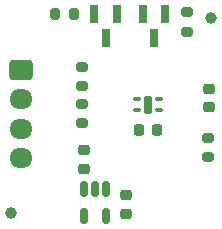
<source format=gts>
G04 #@! TF.GenerationSoftware,KiCad,Pcbnew,8.0.3*
G04 #@! TF.CreationDate,2024-07-19T17:45:39+03:00*
G04 #@! TF.ProjectId,B-TH09C-Brk-01Mbr-R01,422d5448-3039-4432-9d42-726b2d30314d,rev?*
G04 #@! TF.SameCoordinates,Original*
G04 #@! TF.FileFunction,Soldermask,Top*
G04 #@! TF.FilePolarity,Negative*
%FSLAX46Y46*%
G04 Gerber Fmt 4.6, Leading zero omitted, Abs format (unit mm)*
G04 Created by KiCad (PCBNEW 8.0.3) date 2024-07-19 17:45:39*
%MOMM*%
%LPD*%
G01*
G04 APERTURE LIST*
G04 Aperture macros list*
%AMRoundRect*
0 Rectangle with rounded corners*
0 $1 Rounding radius*
0 $2 $3 $4 $5 $6 $7 $8 $9 X,Y pos of 4 corners*
0 Add a 4 corners polygon primitive as box body*
4,1,4,$2,$3,$4,$5,$6,$7,$8,$9,$2,$3,0*
0 Add four circle primitives for the rounded corners*
1,1,$1+$1,$2,$3*
1,1,$1+$1,$4,$5*
1,1,$1+$1,$6,$7*
1,1,$1+$1,$8,$9*
0 Add four rect primitives between the rounded corners*
20,1,$1+$1,$2,$3,$4,$5,0*
20,1,$1+$1,$4,$5,$6,$7,0*
20,1,$1+$1,$6,$7,$8,$9,0*
20,1,$1+$1,$8,$9,$2,$3,0*%
G04 Aperture macros list end*
%ADD10C,1.000000*%
%ADD11RoundRect,0.150000X-0.150000X0.512500X-0.150000X-0.512500X0.150000X-0.512500X0.150000X0.512500X0*%
%ADD12RoundRect,0.100000X0.200000X0.100000X-0.200000X0.100000X-0.200000X-0.100000X0.200000X-0.100000X0*%
%ADD13RoundRect,0.175000X0.175000X0.625000X-0.175000X0.625000X-0.175000X-0.625000X0.175000X-0.625000X0*%
%ADD14RoundRect,0.200000X-0.200000X-0.275000X0.200000X-0.275000X0.200000X0.275000X-0.200000X0.275000X0*%
%ADD15RoundRect,0.218750X-0.256250X0.218750X-0.256250X-0.218750X0.256250X-0.218750X0.256250X0.218750X0*%
%ADD16RoundRect,0.225000X0.250000X-0.225000X0.250000X0.225000X-0.250000X0.225000X-0.250000X-0.225000X0*%
%ADD17RoundRect,0.070000X-0.300000X0.650000X-0.300000X-0.650000X0.300000X-0.650000X0.300000X0.650000X0*%
%ADD18RoundRect,0.200000X-0.275000X0.200000X-0.275000X-0.200000X0.275000X-0.200000X0.275000X0.200000X0*%
%ADD19RoundRect,0.200000X0.275000X-0.200000X0.275000X0.200000X-0.275000X0.200000X-0.275000X-0.200000X0*%
%ADD20O,1.950000X1.700000*%
%ADD21RoundRect,0.250000X0.725000X-0.600000X0.725000X0.600000X-0.725000X0.600000X-0.725000X-0.600000X0*%
%ADD22RoundRect,0.225000X0.225000X0.250000X-0.225000X0.250000X-0.225000X-0.250000X0.225000X-0.250000X0*%
G04 APERTURE END LIST*
D10*
X141830000Y-85410000D03*
X124900000Y-101920000D03*
D11*
X132950000Y-99882500D03*
X132000000Y-99882500D03*
X131050000Y-99882500D03*
X131050000Y-102157500D03*
X132950000Y-102157500D03*
D12*
X137435000Y-93230000D03*
X137445000Y-92280000D03*
X135535000Y-92280000D03*
X135535000Y-93230000D03*
D13*
X136485000Y-92760000D03*
D14*
X128575000Y-85100000D03*
X130225000Y-85100000D03*
D15*
X141610000Y-91392500D03*
X141610000Y-92967500D03*
D16*
X131030000Y-98185000D03*
X131030000Y-96635000D03*
D17*
X137920000Y-85050000D03*
X136020000Y-85050000D03*
X136970000Y-87150000D03*
D18*
X139770000Y-84940000D03*
X139770000Y-86590000D03*
D19*
X130920000Y-91175000D03*
X130920000Y-89525000D03*
X130920000Y-94325000D03*
X130920000Y-92675000D03*
D16*
X134600000Y-101985000D03*
X134600000Y-100435000D03*
D19*
X141580000Y-97205000D03*
X141580000Y-95555000D03*
D17*
X133850000Y-85050000D03*
X131950000Y-85050000D03*
X132900000Y-87150000D03*
D20*
X125770000Y-97310000D03*
X125770000Y-94810000D03*
X125770000Y-92310000D03*
D21*
X125770000Y-89810000D03*
D22*
X137265000Y-94910000D03*
X135715000Y-94910000D03*
M02*

</source>
